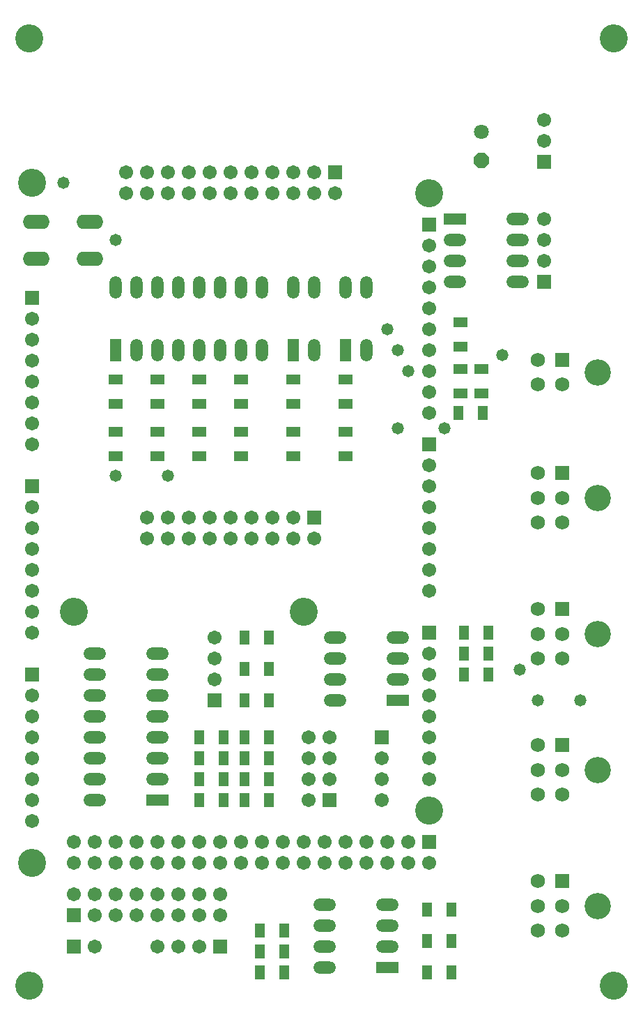
<source format=gts>
G04 Layer_Color=8388736*
%FSLAX44Y44*%
%MOMM*%
G71*
G01*
G75*
%ADD33R,1.8032X1.2032*%
%ADD34R,1.2032X1.8032*%
%ADD35C,1.7032*%
%ADD36R,1.7032X1.7032*%
%ADD37R,1.7032X1.7032*%
%ADD38P,1.9520X8X292.5*%
%ADD39C,1.8034*%
%ADD40C,3.2032*%
%ADD41C,1.7333*%
%ADD42R,1.7333X1.7333*%
%ADD43O,3.2512X1.7272*%
%ADD44O,2.7432X1.4732*%
%ADD45R,2.7432X1.4732*%
%ADD46O,1.4732X2.7432*%
%ADD47R,1.4732X2.7432*%
%ADD48C,3.4032*%
%ADD49C,1.4732*%
D33*
X190500Y707150D02*
D03*
Y677150D02*
D03*
X139700Y707150D02*
D03*
Y677150D02*
D03*
X292100Y707150D02*
D03*
Y677150D02*
D03*
X241300Y707150D02*
D03*
Y677150D02*
D03*
X355600Y707150D02*
D03*
Y677150D02*
D03*
X419100Y707150D02*
D03*
Y677150D02*
D03*
X558800Y783350D02*
D03*
Y753350D02*
D03*
X190500Y770650D02*
D03*
Y740650D02*
D03*
X139700Y770650D02*
D03*
Y740650D02*
D03*
X292100Y770650D02*
D03*
Y740650D02*
D03*
X241300Y770650D02*
D03*
Y740650D02*
D03*
X355600Y770650D02*
D03*
Y740650D02*
D03*
X419100Y770650D02*
D03*
Y740650D02*
D03*
X558800Y840500D02*
D03*
Y810500D02*
D03*
X584200Y783350D02*
D03*
Y753350D02*
D03*
D34*
X296150Y285750D02*
D03*
X326150D02*
D03*
X296150Y311150D02*
D03*
X326150D02*
D03*
X586500Y730250D02*
D03*
X556500D02*
D03*
X296150Y260350D02*
D03*
X326150D02*
D03*
X296150Y336550D02*
D03*
X326150D02*
D03*
X345200Y76200D02*
D03*
X315200D02*
D03*
X345200Y50800D02*
D03*
X315200D02*
D03*
X345200Y101600D02*
D03*
X315200D02*
D03*
X296150Y381000D02*
D03*
X326150D02*
D03*
Y419100D02*
D03*
X296150D02*
D03*
Y457200D02*
D03*
X326150D02*
D03*
X592850Y463550D02*
D03*
X562850D02*
D03*
X592850Y412750D02*
D03*
X562850D02*
D03*
X592850Y438150D02*
D03*
X562850D02*
D03*
X548400Y127000D02*
D03*
X518400D02*
D03*
X548400Y88900D02*
D03*
X518400D02*
D03*
X548400Y50800D02*
D03*
X518400D02*
D03*
X241300Y285750D02*
D03*
X271300D02*
D03*
X241300Y311150D02*
D03*
X271300D02*
D03*
X241300Y260350D02*
D03*
X271300D02*
D03*
X241300Y336550D02*
D03*
X271300D02*
D03*
D35*
X381000Y577850D02*
D03*
X355600Y603250D02*
D03*
Y577850D02*
D03*
X330200Y603250D02*
D03*
Y577850D02*
D03*
X304800Y603250D02*
D03*
Y577850D02*
D03*
X279400Y603250D02*
D03*
Y577850D02*
D03*
X254000Y603250D02*
D03*
Y577850D02*
D03*
X228600Y603250D02*
D03*
Y577850D02*
D03*
X203200Y603250D02*
D03*
Y577850D02*
D03*
X177800Y603250D02*
D03*
Y577850D02*
D03*
X266700Y146050D02*
D03*
Y120650D02*
D03*
X241300Y146050D02*
D03*
Y120650D02*
D03*
X215900Y146050D02*
D03*
Y120650D02*
D03*
X190500Y146050D02*
D03*
Y120650D02*
D03*
X165100Y146050D02*
D03*
Y120650D02*
D03*
X139700Y146050D02*
D03*
Y120650D02*
D03*
X114300Y146050D02*
D03*
Y120650D02*
D03*
X88900Y146050D02*
D03*
Y184150D02*
D03*
Y209550D02*
D03*
X114300Y184150D02*
D03*
Y209550D02*
D03*
X139700Y184150D02*
D03*
Y209550D02*
D03*
X165100Y184150D02*
D03*
Y209550D02*
D03*
X190500Y184150D02*
D03*
Y209550D02*
D03*
X215900Y184150D02*
D03*
Y209550D02*
D03*
X241300Y184150D02*
D03*
Y209550D02*
D03*
X266700Y184150D02*
D03*
Y209550D02*
D03*
X292100Y184150D02*
D03*
Y209550D02*
D03*
X317500Y184150D02*
D03*
Y209550D02*
D03*
X342900Y184150D02*
D03*
Y209550D02*
D03*
X368300Y184150D02*
D03*
Y209550D02*
D03*
X393700Y184150D02*
D03*
Y209550D02*
D03*
X419100Y184150D02*
D03*
Y209550D02*
D03*
X444500Y184150D02*
D03*
Y209550D02*
D03*
X469900Y184150D02*
D03*
Y209550D02*
D03*
X495300Y184150D02*
D03*
Y209550D02*
D03*
X520700Y184150D02*
D03*
X152400Y996950D02*
D03*
Y1022350D02*
D03*
X177800Y996950D02*
D03*
Y1022350D02*
D03*
X203200Y996950D02*
D03*
Y1022350D02*
D03*
X228600Y996950D02*
D03*
Y1022350D02*
D03*
X254000Y996950D02*
D03*
Y1022350D02*
D03*
X279400Y996950D02*
D03*
Y1022350D02*
D03*
X304800Y996950D02*
D03*
Y1022350D02*
D03*
X330200Y996950D02*
D03*
Y1022350D02*
D03*
X355600Y996950D02*
D03*
Y1022350D02*
D03*
X381000Y996950D02*
D03*
Y1022350D02*
D03*
X406400Y996950D02*
D03*
X374650Y336550D02*
D03*
X400050D02*
D03*
X374650Y311150D02*
D03*
X400050D02*
D03*
X374650Y285750D02*
D03*
X400050D02*
D03*
X374650Y260350D02*
D03*
X520700Y933450D02*
D03*
Y882650D02*
D03*
Y857250D02*
D03*
Y831850D02*
D03*
Y806450D02*
D03*
Y781050D02*
D03*
Y755650D02*
D03*
Y730250D02*
D03*
Y908050D02*
D03*
Y666750D02*
D03*
Y615950D02*
D03*
Y590550D02*
D03*
Y565150D02*
D03*
Y539750D02*
D03*
Y514350D02*
D03*
Y641350D02*
D03*
X38100Y844550D02*
D03*
Y793750D02*
D03*
Y768350D02*
D03*
Y742950D02*
D03*
Y717550D02*
D03*
Y692150D02*
D03*
Y819150D02*
D03*
X520700Y438150D02*
D03*
Y387350D02*
D03*
Y361950D02*
D03*
Y336550D02*
D03*
Y311150D02*
D03*
Y285750D02*
D03*
Y412750D02*
D03*
X38100Y615950D02*
D03*
Y565150D02*
D03*
Y539750D02*
D03*
Y514350D02*
D03*
Y488950D02*
D03*
Y463550D02*
D03*
Y590550D02*
D03*
Y387350D02*
D03*
Y336550D02*
D03*
Y311150D02*
D03*
Y285750D02*
D03*
Y260350D02*
D03*
Y234950D02*
D03*
Y361950D02*
D03*
X241300Y82550D02*
D03*
X215900D02*
D03*
X190500D02*
D03*
X260350Y406400D02*
D03*
Y431800D02*
D03*
Y457200D02*
D03*
X463550Y311150D02*
D03*
Y285750D02*
D03*
Y260350D02*
D03*
X660400Y1060450D02*
D03*
Y1085850D02*
D03*
Y914400D02*
D03*
Y939800D02*
D03*
Y965200D02*
D03*
X114300Y82550D02*
D03*
D36*
X381000Y603250D02*
D03*
X88900Y120650D02*
D03*
X520700Y209550D02*
D03*
X406400Y1022350D02*
D03*
X266700Y82550D02*
D03*
X88900D02*
D03*
D37*
X400050Y260350D02*
D03*
X520700Y958850D02*
D03*
Y692150D02*
D03*
X38100Y869950D02*
D03*
X520700Y463550D02*
D03*
X38100Y641350D02*
D03*
Y412750D02*
D03*
X260350Y381000D02*
D03*
X463550Y336550D02*
D03*
X660400Y1035050D02*
D03*
Y889000D02*
D03*
D38*
X584200Y1036600D02*
D03*
D39*
Y1071600D02*
D03*
D40*
X725900Y131750D02*
D03*
Y296850D02*
D03*
Y461950D02*
D03*
Y627050D02*
D03*
Y779450D02*
D03*
D41*
X652700Y101750D02*
D03*
Y131750D02*
D03*
X682700Y101750D02*
D03*
Y131750D02*
D03*
X652700Y161750D02*
D03*
Y266850D02*
D03*
Y296850D02*
D03*
X682700Y266850D02*
D03*
Y296850D02*
D03*
X652700Y326850D02*
D03*
Y431950D02*
D03*
Y461950D02*
D03*
X682700Y431950D02*
D03*
Y461950D02*
D03*
X652700Y491950D02*
D03*
Y597050D02*
D03*
Y627050D02*
D03*
X682700Y597050D02*
D03*
Y627050D02*
D03*
X652700Y657050D02*
D03*
Y764449D02*
D03*
X682700D02*
D03*
X652700Y794451D02*
D03*
D42*
X682700Y161750D02*
D03*
Y326850D02*
D03*
Y491950D02*
D03*
Y657050D02*
D03*
Y794451D02*
D03*
D43*
X43688Y962406D02*
D03*
Y917194D02*
D03*
X108712Y962406D02*
D03*
Y917194D02*
D03*
D44*
X406400Y457200D02*
D03*
Y431800D02*
D03*
Y406400D02*
D03*
Y381000D02*
D03*
X482600Y457200D02*
D03*
Y431800D02*
D03*
Y406400D02*
D03*
X393700Y133350D02*
D03*
Y107950D02*
D03*
Y82550D02*
D03*
Y57150D02*
D03*
X469900Y133350D02*
D03*
Y107950D02*
D03*
Y82550D02*
D03*
X628650Y889000D02*
D03*
Y914400D02*
D03*
Y939800D02*
D03*
Y965200D02*
D03*
X552450Y889000D02*
D03*
Y914400D02*
D03*
Y939800D02*
D03*
X114300Y438150D02*
D03*
Y412750D02*
D03*
Y387350D02*
D03*
Y361950D02*
D03*
Y336550D02*
D03*
Y311150D02*
D03*
Y285750D02*
D03*
Y260350D02*
D03*
X190500Y438150D02*
D03*
Y412750D02*
D03*
Y387350D02*
D03*
Y361950D02*
D03*
Y336550D02*
D03*
Y311150D02*
D03*
Y285750D02*
D03*
D45*
X482600Y381000D02*
D03*
X469900Y57150D02*
D03*
X552450Y965200D02*
D03*
X190500Y260350D02*
D03*
D46*
X381091Y882650D02*
D03*
X355691D02*
D03*
X381091Y806450D02*
D03*
X444591Y882650D02*
D03*
X419191D02*
D03*
X444591Y806450D02*
D03*
X317500Y882650D02*
D03*
X292100D02*
D03*
X266700D02*
D03*
X241300D02*
D03*
X215900D02*
D03*
X190500D02*
D03*
X165100D02*
D03*
X139700D02*
D03*
X317500Y806450D02*
D03*
X292100D02*
D03*
X266700D02*
D03*
X241300D02*
D03*
X215900D02*
D03*
X190500D02*
D03*
X165100D02*
D03*
D47*
X355691D02*
D03*
X419191D02*
D03*
X139700D02*
D03*
D48*
X520700Y996950D02*
D03*
X38100Y1009650D02*
D03*
X368300Y488950D02*
D03*
X88900D02*
D03*
X520700Y247650D02*
D03*
X38100Y184150D02*
D03*
X745000Y1185000D02*
D03*
X35000Y35000D02*
D03*
X745000D02*
D03*
X35000Y1185000D02*
D03*
D49*
X630936Y418846D02*
D03*
X652700Y381000D02*
D03*
X704850D02*
D03*
X609600Y800100D02*
D03*
X539750Y711200D02*
D03*
X139700Y654050D02*
D03*
X203200D02*
D03*
X495300Y781050D02*
D03*
X482600Y806450D02*
D03*
X469900Y831850D02*
D03*
X76200Y1009650D02*
D03*
X482600Y711200D02*
D03*
X139700Y939800D02*
D03*
M02*

</source>
